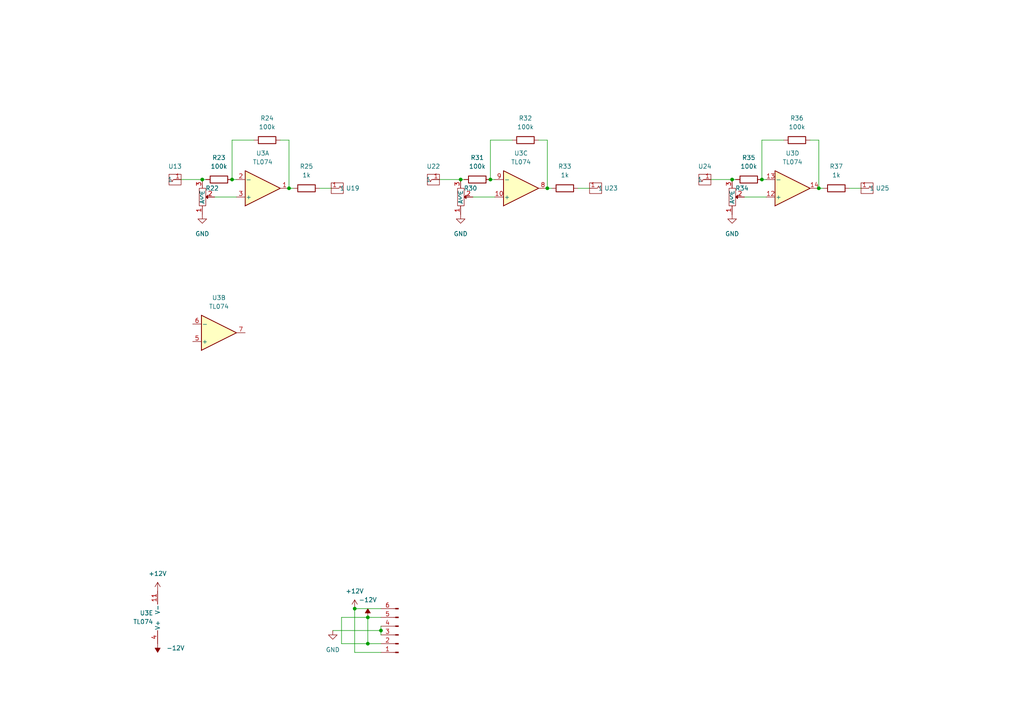
<source format=kicad_sch>
(kicad_sch
	(version 20231120)
	(generator "eeschema")
	(generator_version "8.0")
	(uuid "37e8181c-a81e-498b-b2e2-0aef0c391059")
	(paper "A4")
	(title_block
		(title "Utility by github.com/Fihdi")
	)
	(lib_symbols
		(symbol "Amplifier_Operational:TL074"
			(pin_names
				(offset 0.127)
			)
			(exclude_from_sim no)
			(in_bom yes)
			(on_board yes)
			(property "Reference" "U"
				(at 0 5.08 0)
				(effects
					(font
						(size 1.27 1.27)
					)
					(justify left)
				)
			)
			(property "Value" "TL074"
				(at 0 -5.08 0)
				(effects
					(font
						(size 1.27 1.27)
					)
					(justify left)
				)
			)
			(property "Footprint" ""
				(at -1.27 2.54 0)
				(effects
					(font
						(size 1.27 1.27)
					)
					(hide yes)
				)
			)
			(property "Datasheet" "http://www.ti.com/lit/ds/symlink/tl071.pdf"
				(at 1.27 5.08 0)
				(effects
					(font
						(size 1.27 1.27)
					)
					(hide yes)
				)
			)
			(property "Description" "Quad Low-Noise JFET-Input Operational Amplifiers, DIP-14/SOIC-14"
				(at 0 0 0)
				(effects
					(font
						(size 1.27 1.27)
					)
					(hide yes)
				)
			)
			(property "ki_locked" ""
				(at 0 0 0)
				(effects
					(font
						(size 1.27 1.27)
					)
				)
			)
			(property "ki_keywords" "quad opamp"
				(at 0 0 0)
				(effects
					(font
						(size 1.27 1.27)
					)
					(hide yes)
				)
			)
			(property "ki_fp_filters" "SOIC*3.9x8.7mm*P1.27mm* DIP*W7.62mm* TSSOP*4.4x5mm*P0.65mm* SSOP*5.3x6.2mm*P0.65mm* MSOP*3x3mm*P0.5mm*"
				(at 0 0 0)
				(effects
					(font
						(size 1.27 1.27)
					)
					(hide yes)
				)
			)
			(symbol "TL074_1_1"
				(polyline
					(pts
						(xy -5.08 5.08) (xy 5.08 0) (xy -5.08 -5.08) (xy -5.08 5.08)
					)
					(stroke
						(width 0.254)
						(type default)
					)
					(fill
						(type background)
					)
				)
				(pin output line
					(at 7.62 0 180)
					(length 2.54)
					(name "~"
						(effects
							(font
								(size 1.27 1.27)
							)
						)
					)
					(number "1"
						(effects
							(font
								(size 1.27 1.27)
							)
						)
					)
				)
				(pin input line
					(at -7.62 -2.54 0)
					(length 2.54)
					(name "-"
						(effects
							(font
								(size 1.27 1.27)
							)
						)
					)
					(number "2"
						(effects
							(font
								(size 1.27 1.27)
							)
						)
					)
				)
				(pin input line
					(at -7.62 2.54 0)
					(length 2.54)
					(name "+"
						(effects
							(font
								(size 1.27 1.27)
							)
						)
					)
					(number "3"
						(effects
							(font
								(size 1.27 1.27)
							)
						)
					)
				)
			)
			(symbol "TL074_2_1"
				(polyline
					(pts
						(xy -5.08 5.08) (xy 5.08 0) (xy -5.08 -5.08) (xy -5.08 5.08)
					)
					(stroke
						(width 0.254)
						(type default)
					)
					(fill
						(type background)
					)
				)
				(pin input line
					(at -7.62 2.54 0)
					(length 2.54)
					(name "+"
						(effects
							(font
								(size 1.27 1.27)
							)
						)
					)
					(number "5"
						(effects
							(font
								(size 1.27 1.27)
							)
						)
					)
				)
				(pin input line
					(at -7.62 -2.54 0)
					(length 2.54)
					(name "-"
						(effects
							(font
								(size 1.27 1.27)
							)
						)
					)
					(number "6"
						(effects
							(font
								(size 1.27 1.27)
							)
						)
					)
				)
				(pin output line
					(at 7.62 0 180)
					(length 2.54)
					(name "~"
						(effects
							(font
								(size 1.27 1.27)
							)
						)
					)
					(number "7"
						(effects
							(font
								(size 1.27 1.27)
							)
						)
					)
				)
			)
			(symbol "TL074_3_1"
				(polyline
					(pts
						(xy -5.08 5.08) (xy 5.08 0) (xy -5.08 -5.08) (xy -5.08 5.08)
					)
					(stroke
						(width 0.254)
						(type default)
					)
					(fill
						(type background)
					)
				)
				(pin input line
					(at -7.62 2.54 0)
					(length 2.54)
					(name "+"
						(effects
							(font
								(size 1.27 1.27)
							)
						)
					)
					(number "10"
						(effects
							(font
								(size 1.27 1.27)
							)
						)
					)
				)
				(pin output line
					(at 7.62 0 180)
					(length 2.54)
					(name "~"
						(effects
							(font
								(size 1.27 1.27)
							)
						)
					)
					(number "8"
						(effects
							(font
								(size 1.27 1.27)
							)
						)
					)
				)
				(pin input line
					(at -7.62 -2.54 0)
					(length 2.54)
					(name "-"
						(effects
							(font
								(size 1.27 1.27)
							)
						)
					)
					(number "9"
						(effects
							(font
								(size 1.27 1.27)
							)
						)
					)
				)
			)
			(symbol "TL074_4_1"
				(polyline
					(pts
						(xy -5.08 5.08) (xy 5.08 0) (xy -5.08 -5.08) (xy -5.08 5.08)
					)
					(stroke
						(width 0.254)
						(type default)
					)
					(fill
						(type background)
					)
				)
				(pin input line
					(at -7.62 2.54 0)
					(length 2.54)
					(name "+"
						(effects
							(font
								(size 1.27 1.27)
							)
						)
					)
					(number "12"
						(effects
							(font
								(size 1.27 1.27)
							)
						)
					)
				)
				(pin input line
					(at -7.62 -2.54 0)
					(length 2.54)
					(name "-"
						(effects
							(font
								(size 1.27 1.27)
							)
						)
					)
					(number "13"
						(effects
							(font
								(size 1.27 1.27)
							)
						)
					)
				)
				(pin output line
					(at 7.62 0 180)
					(length 2.54)
					(name "~"
						(effects
							(font
								(size 1.27 1.27)
							)
						)
					)
					(number "14"
						(effects
							(font
								(size 1.27 1.27)
							)
						)
					)
				)
			)
			(symbol "TL074_5_1"
				(pin power_in line
					(at -2.54 -7.62 90)
					(length 3.81)
					(name "V-"
						(effects
							(font
								(size 1.27 1.27)
							)
						)
					)
					(number "11"
						(effects
							(font
								(size 1.27 1.27)
							)
						)
					)
				)
				(pin power_in line
					(at -2.54 7.62 270)
					(length 3.81)
					(name "V+"
						(effects
							(font
								(size 1.27 1.27)
							)
						)
					)
					(number "4"
						(effects
							(font
								(size 1.27 1.27)
							)
						)
					)
				)
			)
		)
		(symbol "Connector:Conn_01x06_Male"
			(pin_names
				(offset 1.016) hide)
			(exclude_from_sim no)
			(in_bom yes)
			(on_board yes)
			(property "Reference" "J"
				(at 0 7.62 0)
				(effects
					(font
						(size 1.27 1.27)
					)
				)
			)
			(property "Value" "Conn_01x06_Male"
				(at 0 -10.16 0)
				(effects
					(font
						(size 1.27 1.27)
					)
				)
			)
			(property "Footprint" ""
				(at 0 0 0)
				(effects
					(font
						(size 1.27 1.27)
					)
					(hide yes)
				)
			)
			(property "Datasheet" "~"
				(at 0 0 0)
				(effects
					(font
						(size 1.27 1.27)
					)
					(hide yes)
				)
			)
			(property "Description" "Generic connector, single row, 01x06, script generated (kicad-library-utils/schlib/autogen/connector/)"
				(at 0 0 0)
				(effects
					(font
						(size 1.27 1.27)
					)
					(hide yes)
				)
			)
			(property "ki_keywords" "connector"
				(at 0 0 0)
				(effects
					(font
						(size 1.27 1.27)
					)
					(hide yes)
				)
			)
			(property "ki_fp_filters" "Connector*:*_1x??_*"
				(at 0 0 0)
				(effects
					(font
						(size 1.27 1.27)
					)
					(hide yes)
				)
			)
			(symbol "Conn_01x06_Male_1_1"
				(polyline
					(pts
						(xy 1.27 -7.62) (xy 0.8636 -7.62)
					)
					(stroke
						(width 0.1524)
						(type default)
					)
					(fill
						(type none)
					)
				)
				(polyline
					(pts
						(xy 1.27 -5.08) (xy 0.8636 -5.08)
					)
					(stroke
						(width 0.1524)
						(type default)
					)
					(fill
						(type none)
					)
				)
				(polyline
					(pts
						(xy 1.27 -2.54) (xy 0.8636 -2.54)
					)
					(stroke
						(width 0.1524)
						(type default)
					)
					(fill
						(type none)
					)
				)
				(polyline
					(pts
						(xy 1.27 0) (xy 0.8636 0)
					)
					(stroke
						(width 0.1524)
						(type default)
					)
					(fill
						(type none)
					)
				)
				(polyline
					(pts
						(xy 1.27 2.54) (xy 0.8636 2.54)
					)
					(stroke
						(width 0.1524)
						(type default)
					)
					(fill
						(type none)
					)
				)
				(polyline
					(pts
						(xy 1.27 5.08) (xy 0.8636 5.08)
					)
					(stroke
						(width 0.1524)
						(type default)
					)
					(fill
						(type none)
					)
				)
				(rectangle
					(start 0.8636 -7.493)
					(end 0 -7.747)
					(stroke
						(width 0.1524)
						(type default)
					)
					(fill
						(type outline)
					)
				)
				(rectangle
					(start 0.8636 -4.953)
					(end 0 -5.207)
					(stroke
						(width 0.1524)
						(type default)
					)
					(fill
						(type outline)
					)
				)
				(rectangle
					(start 0.8636 -2.413)
					(end 0 -2.667)
					(stroke
						(width 0.1524)
						(type default)
					)
					(fill
						(type outline)
					)
				)
				(rectangle
					(start 0.8636 0.127)
					(end 0 -0.127)
					(stroke
						(width 0.1524)
						(type default)
					)
					(fill
						(type outline)
					)
				)
				(rectangle
					(start 0.8636 2.667)
					(end 0 2.413)
					(stroke
						(width 0.1524)
						(type default)
					)
					(fill
						(type outline)
					)
				)
				(rectangle
					(start 0.8636 5.207)
					(end 0 4.953)
					(stroke
						(width 0.1524)
						(type default)
					)
					(fill
						(type outline)
					)
				)
				(pin passive line
					(at 5.08 5.08 180)
					(length 3.81)
					(name "Pin_1"
						(effects
							(font
								(size 1.27 1.27)
							)
						)
					)
					(number "1"
						(effects
							(font
								(size 1.27 1.27)
							)
						)
					)
				)
				(pin passive line
					(at 5.08 2.54 180)
					(length 3.81)
					(name "Pin_2"
						(effects
							(font
								(size 1.27 1.27)
							)
						)
					)
					(number "2"
						(effects
							(font
								(size 1.27 1.27)
							)
						)
					)
				)
				(pin passive line
					(at 5.08 0 180)
					(length 3.81)
					(name "Pin_3"
						(effects
							(font
								(size 1.27 1.27)
							)
						)
					)
					(number "3"
						(effects
							(font
								(size 1.27 1.27)
							)
						)
					)
				)
				(pin passive line
					(at 5.08 -2.54 180)
					(length 3.81)
					(name "Pin_4"
						(effects
							(font
								(size 1.27 1.27)
							)
						)
					)
					(number "4"
						(effects
							(font
								(size 1.27 1.27)
							)
						)
					)
				)
				(pin passive line
					(at 5.08 -5.08 180)
					(length 3.81)
					(name "Pin_5"
						(effects
							(font
								(size 1.27 1.27)
							)
						)
					)
					(number "5"
						(effects
							(font
								(size 1.27 1.27)
							)
						)
					)
				)
				(pin passive line
					(at 5.08 -7.62 180)
					(length 3.81)
					(name "Pin_6"
						(effects
							(font
								(size 1.27 1.27)
							)
						)
					)
					(number "6"
						(effects
							(font
								(size 1.27 1.27)
							)
						)
					)
				)
			)
		)
		(symbol "Device:R"
			(pin_numbers hide)
			(pin_names
				(offset 0)
			)
			(exclude_from_sim no)
			(in_bom yes)
			(on_board yes)
			(property "Reference" "R"
				(at 2.032 0 90)
				(effects
					(font
						(size 1.27 1.27)
					)
				)
			)
			(property "Value" "R"
				(at 0 0 90)
				(effects
					(font
						(size 1.27 1.27)
					)
				)
			)
			(property "Footprint" ""
				(at -1.778 0 90)
				(effects
					(font
						(size 1.27 1.27)
					)
					(hide yes)
				)
			)
			(property "Datasheet" "~"
				(at 0 0 0)
				(effects
					(font
						(size 1.27 1.27)
					)
					(hide yes)
				)
			)
			(property "Description" "Resistor"
				(at 0 0 0)
				(effects
					(font
						(size 1.27 1.27)
					)
					(hide yes)
				)
			)
			(property "ki_keywords" "R res resistor"
				(at 0 0 0)
				(effects
					(font
						(size 1.27 1.27)
					)
					(hide yes)
				)
			)
			(property "ki_fp_filters" "R_*"
				(at 0 0 0)
				(effects
					(font
						(size 1.27 1.27)
					)
					(hide yes)
				)
			)
			(symbol "R_0_1"
				(rectangle
					(start -1.016 -2.54)
					(end 1.016 2.54)
					(stroke
						(width 0.254)
						(type default)
					)
					(fill
						(type none)
					)
				)
			)
			(symbol "R_1_1"
				(pin passive line
					(at 0 3.81 270)
					(length 1.27)
					(name "~"
						(effects
							(font
								(size 1.27 1.27)
							)
						)
					)
					(number "1"
						(effects
							(font
								(size 1.27 1.27)
							)
						)
					)
				)
				(pin passive line
					(at 0 -3.81 90)
					(length 1.27)
					(name "~"
						(effects
							(font
								(size 1.27 1.27)
							)
						)
					)
					(number "2"
						(effects
							(font
								(size 1.27 1.27)
							)
						)
					)
				)
			)
		)
		(symbol "HEJ:AlpsPot"
			(exclude_from_sim no)
			(in_bom yes)
			(on_board yes)
			(property "Reference" "R"
				(at -6.35 2.54 0)
				(effects
					(font
						(size 1.27 1.27)
					)
				)
			)
			(property "Value" "AlpsPot"
				(at -3.81 13.97 0)
				(effects
					(font
						(size 1.27 1.27)
					)
					(hide yes)
				)
			)
			(property "Footprint" "pretties:AlpsPot"
				(at -2.54 11.43 0)
				(effects
					(font
						(size 1.27 1.27)
					)
					(hide yes)
				)
			)
			(property "Datasheet" ""
				(at -2.54 11.43 0)
				(effects
					(font
						(size 1.27 1.27)
					)
					(hide yes)
				)
			)
			(property "Description" ""
				(at 0 0 0)
				(effects
					(font
						(size 1.27 1.27)
					)
					(hide yes)
				)
			)
			(symbol "AlpsPot_0_1"
				(rectangle
					(start -4.445 3.81)
					(end -2.54 -1.27)
					(stroke
						(width 0)
						(type default)
					)
					(fill
						(type none)
					)
				)
				(polyline
					(pts
						(xy -2.54 1.27) (xy -1.9454 1.8617) (xy -1.9454 0.7452) (xy -2.54 1.27) (xy -2.0208 0.9713) (xy -2.0543 1.6216)
						(xy -2.3418 1.2923) (xy -2.1548 1.1611) (xy -2.1548 1.3844) (xy -2.54 1.27)
					)
					(stroke
						(width 0)
						(type default)
					)
					(fill
						(type none)
					)
				)
			)
			(symbol "AlpsPot_1_1"
				(pin passive line
					(at -3.556 -3.81 90)
					(length 2.54)
					(name "A"
						(effects
							(font
								(size 1.27 1.27)
							)
						)
					)
					(number "1"
						(effects
							(font
								(size 1.27 1.27)
							)
						)
					)
				)
				(pin passive line
					(at 0 1.27 180)
					(length 2.54)
					(name "S"
						(effects
							(font
								(size 1.27 1.27)
							)
						)
					)
					(number "2"
						(effects
							(font
								(size 1.27 1.27)
							)
						)
					)
				)
				(pin passive line
					(at -3.556 6.35 270)
					(length 2.54)
					(name "E"
						(effects
							(font
								(size 1.27 1.27)
							)
						)
					)
					(number "3"
						(effects
							(font
								(size 1.27 1.27)
							)
						)
					)
				)
				(pin no_connect line
					(at -11.684 0 270)
					(length 2.54) hide
					(name "NC"
						(effects
							(font
								(size 1.27 1.27)
							)
						)
					)
					(number "4"
						(effects
							(font
								(size 1.27 1.27)
							)
						)
					)
				)
				(pin no_connect line
					(at -13.716 0 270)
					(length 2.54) hide
					(name "NC"
						(effects
							(font
								(size 1.27 1.27)
							)
						)
					)
					(number "5"
						(effects
							(font
								(size 1.27 1.27)
							)
						)
					)
				)
				(pin no_connect line
					(at -16.002 0 270)
					(length 2.54) hide
					(name "NC"
						(effects
							(font
								(size 1.27 1.27)
							)
						)
					)
					(number "6"
						(effects
							(font
								(size 1.27 1.27)
							)
						)
					)
				)
			)
		)
		(symbol "HEJ:Aux_flush"
			(exclude_from_sim no)
			(in_bom yes)
			(on_board yes)
			(property "Reference" "U"
				(at -0.0508 5.3848 0)
				(effects
					(font
						(size 1.27 1.27)
					)
				)
			)
			(property "Value" "Aux_flush"
				(at 0 3.5052 0)
				(effects
					(font
						(size 1.27 1.27)
					)
					(hide yes)
				)
			)
			(property "Footprint" ""
				(at 0 0 0)
				(effects
					(font
						(size 1.27 1.27)
					)
					(hide yes)
				)
			)
			(property "Datasheet" ""
				(at 0 0 0)
				(effects
					(font
						(size 1.27 1.27)
					)
					(hide yes)
				)
			)
			(property "Description" ""
				(at 0 0 0)
				(effects
					(font
						(size 1.27 1.27)
					)
					(hide yes)
				)
			)
			(symbol "Aux_flush_0_1"
				(rectangle
					(start -1.778 1.524)
					(end 1.7272 -1.5748)
					(stroke
						(width 0)
						(type default)
					)
					(fill
						(type none)
					)
				)
				(polyline
					(pts
						(xy -1.2192 0.0508) (xy -0.8636 -0.6604) (xy -0.5588 0) (xy 1.6764 0)
					)
					(stroke
						(width 0)
						(type default)
					)
					(fill
						(type none)
					)
				)
			)
			(symbol "Aux_flush_1_1"
				(pin bidirectional line
					(at 1.7272 0 180)
					(length 2)
					(name "1"
						(effects
							(font
								(size 1.27 1.27)
							)
						)
					)
					(number "1"
						(effects
							(font
								(size 1.27 1.27)
							)
						)
					)
				)
			)
		)
		(symbol "power:+12V"
			(power)
			(pin_names
				(offset 0)
			)
			(exclude_from_sim no)
			(in_bom yes)
			(on_board yes)
			(property "Reference" "#PWR"
				(at 0 -3.81 0)
				(effects
					(font
						(size 1.27 1.27)
					)
					(hide yes)
				)
			)
			(property "Value" "+12V"
				(at 0 3.556 0)
				(effects
					(font
						(size 1.27 1.27)
					)
				)
			)
			(property "Footprint" ""
				(at 0 0 0)
				(effects
					(font
						(size 1.27 1.27)
					)
					(hide yes)
				)
			)
			(property "Datasheet" ""
				(at 0 0 0)
				(effects
					(font
						(size 1.27 1.27)
					)
					(hide yes)
				)
			)
			(property "Description" "Power symbol creates a global label with name \"+12V\""
				(at 0 0 0)
				(effects
					(font
						(size 1.27 1.27)
					)
					(hide yes)
				)
			)
			(property "ki_keywords" "power-flag"
				(at 0 0 0)
				(effects
					(font
						(size 1.27 1.27)
					)
					(hide yes)
				)
			)
			(symbol "+12V_0_1"
				(polyline
					(pts
						(xy -0.762 1.27) (xy 0 2.54)
					)
					(stroke
						(width 0)
						(type default)
					)
					(fill
						(type none)
					)
				)
				(polyline
					(pts
						(xy 0 0) (xy 0 2.54)
					)
					(stroke
						(width 0)
						(type default)
					)
					(fill
						(type none)
					)
				)
				(polyline
					(pts
						(xy 0 2.54) (xy 0.762 1.27)
					)
					(stroke
						(width 0)
						(type default)
					)
					(fill
						(type none)
					)
				)
			)
			(symbol "+12V_1_1"
				(pin power_in line
					(at 0 0 90)
					(length 0) hide
					(name "+12V"
						(effects
							(font
								(size 1.27 1.27)
							)
						)
					)
					(number "1"
						(effects
							(font
								(size 1.27 1.27)
							)
						)
					)
				)
			)
		)
		(symbol "power:-12V"
			(power)
			(pin_names
				(offset 0)
			)
			(exclude_from_sim no)
			(in_bom yes)
			(on_board yes)
			(property "Reference" "#PWR"
				(at 0 2.54 0)
				(effects
					(font
						(size 1.27 1.27)
					)
					(hide yes)
				)
			)
			(property "Value" "-12V"
				(at 0 3.81 0)
				(effects
					(font
						(size 1.27 1.27)
					)
				)
			)
			(property "Footprint" ""
				(at 0 0 0)
				(effects
					(font
						(size 1.27 1.27)
					)
					(hide yes)
				)
			)
			(property "Datasheet" ""
				(at 0 0 0)
				(effects
					(font
						(size 1.27 1.27)
					)
					(hide yes)
				)
			)
			(property "Description" "Power symbol creates a global label with name \"-12V\""
				(at 0 0 0)
				(effects
					(font
						(size 1.27 1.27)
					)
					(hide yes)
				)
			)
			(property "ki_keywords" "power-flag"
				(at 0 0 0)
				(effects
					(font
						(size 1.27 1.27)
					)
					(hide yes)
				)
			)
			(symbol "-12V_0_0"
				(pin power_in line
					(at 0 0 90)
					(length 0) hide
					(name "-12V"
						(effects
							(font
								(size 1.27 1.27)
							)
						)
					)
					(number "1"
						(effects
							(font
								(size 1.27 1.27)
							)
						)
					)
				)
			)
			(symbol "-12V_0_1"
				(polyline
					(pts
						(xy 0 0) (xy 0 1.27) (xy 0.762 1.27) (xy 0 2.54) (xy -0.762 1.27) (xy 0 1.27)
					)
					(stroke
						(width 0)
						(type default)
					)
					(fill
						(type outline)
					)
				)
			)
		)
		(symbol "power:GND"
			(power)
			(pin_names
				(offset 0)
			)
			(exclude_from_sim no)
			(in_bom yes)
			(on_board yes)
			(property "Reference" "#PWR"
				(at 0 -6.35 0)
				(effects
					(font
						(size 1.27 1.27)
					)
					(hide yes)
				)
			)
			(property "Value" "GND"
				(at 0 -3.81 0)
				(effects
					(font
						(size 1.27 1.27)
					)
				)
			)
			(property "Footprint" ""
				(at 0 0 0)
				(effects
					(font
						(size 1.27 1.27)
					)
					(hide yes)
				)
			)
			(property "Datasheet" ""
				(at 0 0 0)
				(effects
					(font
						(size 1.27 1.27)
					)
					(hide yes)
				)
			)
			(property "Description" "Power symbol creates a global label with name \"GND\" , ground"
				(at 0 0 0)
				(effects
					(font
						(size 1.27 1.27)
					)
					(hide yes)
				)
			)
			(property "ki_keywords" "power-flag"
				(at 0 0 0)
				(effects
					(font
						(size 1.27 1.27)
					)
					(hide yes)
				)
			)
			(symbol "GND_0_1"
				(polyline
					(pts
						(xy 0 0) (xy 0 -1.27) (xy 1.27 -1.27) (xy 0 -2.54) (xy -1.27 -1.27) (xy 0 -1.27)
					)
					(stroke
						(width 0)
						(type default)
					)
					(fill
						(type none)
					)
				)
			)
			(symbol "GND_1_1"
				(pin power_in line
					(at 0 0 270)
					(length 0) hide
					(name "GND"
						(effects
							(font
								(size 1.27 1.27)
							)
						)
					)
					(number "1"
						(effects
							(font
								(size 1.27 1.27)
							)
						)
					)
				)
			)
		)
	)
	(junction
		(at 106.68 179.07)
		(diameter 0)
		(color 0 0 0 0)
		(uuid "16b3f5a6-dbfe-4060-8fe1-e2edd4911638")
	)
	(junction
		(at 237.49 54.61)
		(diameter 0)
		(color 0 0 0 0)
		(uuid "814b04ce-f1b1-45ac-b755-f71d48e5fab3")
	)
	(junction
		(at 102.87 176.53)
		(diameter 0)
		(color 0 0 0 0)
		(uuid "a3959329-6913-4900-b8d5-7e9afc380a54")
	)
	(junction
		(at 83.82 54.61)
		(diameter 0)
		(color 0 0 0 0)
		(uuid "a7672551-d88c-4264-86ae-909745762c12")
	)
	(junction
		(at 142.24 52.07)
		(diameter 0)
		(color 0 0 0 0)
		(uuid "b31ecf47-2267-4f20-93f8-3735efd0fd90")
	)
	(junction
		(at 67.31 52.07)
		(diameter 0)
		(color 0 0 0 0)
		(uuid "bb3fc6b6-d9cf-4395-bfe2-f169cdcb53b2")
	)
	(junction
		(at 220.98 52.07)
		(diameter 0)
		(color 0 0 0 0)
		(uuid "bba30f08-223c-4770-b92f-87f14915289e")
	)
	(junction
		(at 133.604 52.07)
		(diameter 0)
		(color 0 0 0 0)
		(uuid "c408f11d-eb0e-4457-9511-6232fd94d621")
	)
	(junction
		(at 106.68 186.69)
		(diameter 0)
		(color 0 0 0 0)
		(uuid "c5de3a57-03d1-4276-aae8-5b3380c44653")
	)
	(junction
		(at 158.75 54.61)
		(diameter 0)
		(color 0 0 0 0)
		(uuid "cff7b2ba-8e87-4689-bc9e-405a6a713d7f")
	)
	(junction
		(at 58.674 52.07)
		(diameter 0)
		(color 0 0 0 0)
		(uuid "de4217eb-8913-458d-9f90-36444b3391f9")
	)
	(junction
		(at 212.344 52.07)
		(diameter 0)
		(color 0 0 0 0)
		(uuid "f5104d87-aba1-4899-9e5c-2fc3f68d5208")
	)
	(junction
		(at 110.49 182.88)
		(diameter 0)
		(color 0 0 0 0)
		(uuid "fcd5a9ba-da10-4ed4-a4dc-89d2659b04e5")
	)
	(wire
		(pts
			(xy 106.68 186.69) (xy 110.49 186.69)
		)
		(stroke
			(width 0)
			(type default)
		)
		(uuid "02903957-890c-4644-adfb-92f992e52165")
	)
	(wire
		(pts
			(xy 52.5272 52.07) (xy 58.674 52.07)
		)
		(stroke
			(width 0)
			(type default)
		)
		(uuid "0a6f6c38-cd27-424f-a5d4-89c0ea04f82d")
	)
	(wire
		(pts
			(xy 83.82 40.64) (xy 81.28 40.64)
		)
		(stroke
			(width 0)
			(type default)
		)
		(uuid "10834f58-f010-44cd-a90f-776567eaf0e1")
	)
	(wire
		(pts
			(xy 167.64 54.61) (xy 170.9928 54.61)
		)
		(stroke
			(width 0)
			(type default)
		)
		(uuid "1b4ad053-cd25-4e2b-995e-64decd5d8bd6")
	)
	(wire
		(pts
			(xy 83.82 54.61) (xy 83.82 40.64)
		)
		(stroke
			(width 0)
			(type default)
		)
		(uuid "1b6bb00d-b56b-41e1-a0fc-03325fb38f6a")
	)
	(wire
		(pts
			(xy 246.38 54.61) (xy 249.7328 54.61)
		)
		(stroke
			(width 0)
			(type default)
		)
		(uuid "24e7de02-d68d-41e8-8b6e-1e607e648568")
	)
	(wire
		(pts
			(xy 206.1972 52.07) (xy 212.344 52.07)
		)
		(stroke
			(width 0)
			(type default)
		)
		(uuid "25366b89-c9fa-4e3f-8a01-6bd1aed36810")
	)
	(wire
		(pts
			(xy 220.98 40.64) (xy 227.33 40.64)
		)
		(stroke
			(width 0)
			(type default)
		)
		(uuid "2b761e00-1414-4a93-812d-2d4962d4c92d")
	)
	(wire
		(pts
			(xy 99.06 179.07) (xy 99.06 186.69)
		)
		(stroke
			(width 0)
			(type default)
		)
		(uuid "34cf7e98-d4aa-4fd0-90fa-2a62d476aec0")
	)
	(wire
		(pts
			(xy 102.87 176.53) (xy 110.49 176.53)
		)
		(stroke
			(width 0)
			(type default)
		)
		(uuid "36a9af9b-c0ed-4b3f-b5ee-ac41f7dcc139")
	)
	(wire
		(pts
			(xy 110.49 181.61) (xy 110.49 182.88)
		)
		(stroke
			(width 0)
			(type default)
		)
		(uuid "3a92228f-13be-4d42-a610-2c2f2438614b")
	)
	(wire
		(pts
			(xy 212.344 52.07) (xy 213.36 52.07)
		)
		(stroke
			(width 0)
			(type default)
		)
		(uuid "3be3db20-d415-40bd-b356-9c5fb1d1480b")
	)
	(wire
		(pts
			(xy 133.604 52.07) (xy 134.62 52.07)
		)
		(stroke
			(width 0)
			(type default)
		)
		(uuid "3ed3609c-f78c-42bd-a8db-d422f7786470")
	)
	(wire
		(pts
			(xy 127.4572 52.07) (xy 133.604 52.07)
		)
		(stroke
			(width 0)
			(type default)
		)
		(uuid "3f7f617c-a9c6-4561-99af-f1c6bc393f97")
	)
	(wire
		(pts
			(xy 92.71 54.61) (xy 96.0628 54.61)
		)
		(stroke
			(width 0)
			(type default)
		)
		(uuid "43b415da-72fc-40a9-97a5-7e49de3a4eaf")
	)
	(wire
		(pts
			(xy 237.49 54.61) (xy 238.76 54.61)
		)
		(stroke
			(width 0)
			(type default)
		)
		(uuid "4dec3e46-e606-41fb-9735-5930d10d9f16")
	)
	(wire
		(pts
			(xy 220.98 40.64) (xy 220.98 52.07)
		)
		(stroke
			(width 0)
			(type default)
		)
		(uuid "59d2ad48-51b2-4dcf-bc49-4ad7dd1f7619")
	)
	(wire
		(pts
			(xy 58.674 52.07) (xy 59.69 52.07)
		)
		(stroke
			(width 0)
			(type default)
		)
		(uuid "5aa65e8a-2d7f-4974-8f73-c50f3b52bf44")
	)
	(wire
		(pts
			(xy 158.75 54.61) (xy 158.75 40.64)
		)
		(stroke
			(width 0)
			(type default)
		)
		(uuid "6ef7b867-1860-48d0-a9f3-036687cd0de2")
	)
	(wire
		(pts
			(xy 110.49 182.88) (xy 110.49 184.15)
		)
		(stroke
			(width 0)
			(type default)
		)
		(uuid "7964d9f4-1e2a-4584-9a08-0e50becc8125")
	)
	(wire
		(pts
			(xy 142.24 40.64) (xy 148.59 40.64)
		)
		(stroke
			(width 0)
			(type default)
		)
		(uuid "7b8b6500-07d0-4eb2-93c4-2736de0e5f0c")
	)
	(wire
		(pts
			(xy 99.06 179.07) (xy 106.68 179.07)
		)
		(stroke
			(width 0)
			(type default)
		)
		(uuid "7ffd7317-86dd-499e-8986-daa859f5a51c")
	)
	(wire
		(pts
			(xy 102.87 176.53) (xy 102.87 189.23)
		)
		(stroke
			(width 0)
			(type default)
		)
		(uuid "8851cf05-5750-48d9-98f5-36b9f174cfc5")
	)
	(wire
		(pts
			(xy 102.87 189.23) (xy 110.49 189.23)
		)
		(stroke
			(width 0)
			(type default)
		)
		(uuid "8d4620b0-2cc1-4dd6-9312-05bb21220c91")
	)
	(wire
		(pts
			(xy 142.24 52.07) (xy 143.51 52.07)
		)
		(stroke
			(width 0)
			(type default)
		)
		(uuid "90803590-049b-4540-a1c6-6e0270f7b019")
	)
	(wire
		(pts
			(xy 106.68 179.07) (xy 106.68 186.69)
		)
		(stroke
			(width 0)
			(type default)
		)
		(uuid "9469939f-889e-486f-b47a-71a90d0b8367")
	)
	(wire
		(pts
			(xy 62.23 57.15) (xy 68.58 57.15)
		)
		(stroke
			(width 0)
			(type default)
		)
		(uuid "97e7c929-00cf-4696-96d8-1266f9bb58dd")
	)
	(wire
		(pts
			(xy 215.9 57.15) (xy 222.25 57.15)
		)
		(stroke
			(width 0)
			(type default)
		)
		(uuid "9d6f9142-906e-47db-9d8e-0f7106e61629")
	)
	(wire
		(pts
			(xy 158.75 40.64) (xy 156.21 40.64)
		)
		(stroke
			(width 0)
			(type default)
		)
		(uuid "9ecb634a-66d1-4e93-bc45-8f448c899f4e")
	)
	(wire
		(pts
			(xy 237.49 40.64) (xy 234.95 40.64)
		)
		(stroke
			(width 0)
			(type default)
		)
		(uuid "9fa3ea90-aa02-476d-a60c-82feec0ceb6d")
	)
	(wire
		(pts
			(xy 220.98 52.07) (xy 222.25 52.07)
		)
		(stroke
			(width 0)
			(type default)
		)
		(uuid "9fdf10c2-4c33-4ad1-b56d-1da3721475dc")
	)
	(wire
		(pts
			(xy 67.31 40.64) (xy 73.66 40.64)
		)
		(stroke
			(width 0)
			(type default)
		)
		(uuid "a11ce114-d9c4-4ef9-92b3-824da12a6987")
	)
	(wire
		(pts
			(xy 137.16 57.15) (xy 143.51 57.15)
		)
		(stroke
			(width 0)
			(type default)
		)
		(uuid "ac27b630-04f2-4fb0-815d-17418e5c686b")
	)
	(wire
		(pts
			(xy 99.06 186.69) (xy 106.68 186.69)
		)
		(stroke
			(width 0)
			(type default)
		)
		(uuid "ac729ee2-c892-4543-9e52-3494296cc3cc")
	)
	(wire
		(pts
			(xy 158.75 54.61) (xy 160.02 54.61)
		)
		(stroke
			(width 0)
			(type default)
		)
		(uuid "ae9af557-7694-40a8-8c99-0d94cec63c02")
	)
	(wire
		(pts
			(xy 106.68 179.07) (xy 110.49 179.07)
		)
		(stroke
			(width 0)
			(type default)
		)
		(uuid "b50183ad-5bd1-419c-82e5-75dfb3e17ce7")
	)
	(wire
		(pts
			(xy 142.24 40.64) (xy 142.24 52.07)
		)
		(stroke
			(width 0)
			(type default)
		)
		(uuid "bce674df-f232-4632-8cb1-ddec0c7a6a21")
	)
	(wire
		(pts
			(xy 96.52 182.88) (xy 110.49 182.88)
		)
		(stroke
			(width 0)
			(type default)
		)
		(uuid "c21c367c-c108-4139-a13b-ef10583935f4")
	)
	(wire
		(pts
			(xy 83.82 54.61) (xy 85.09 54.61)
		)
		(stroke
			(width 0)
			(type default)
		)
		(uuid "c380be44-c4f5-49ba-ab35-b4f996463947")
	)
	(wire
		(pts
			(xy 67.31 40.64) (xy 67.31 52.07)
		)
		(stroke
			(width 0)
			(type default)
		)
		(uuid "c911a3ef-5f33-48de-9a7a-52ea09b1a055")
	)
	(wire
		(pts
			(xy 237.49 54.61) (xy 237.49 40.64)
		)
		(stroke
			(width 0)
			(type default)
		)
		(uuid "c976d970-3118-4988-bc96-c232202a094c")
	)
	(wire
		(pts
			(xy 67.31 52.07) (xy 68.58 52.07)
		)
		(stroke
			(width 0)
			(type default)
		)
		(uuid "d4963dcc-8400-4bc7-9e04-95fafd0b26cc")
	)
	(symbol
		(lib_id "power:+12V")
		(at 45.72 171.45 0)
		(unit 1)
		(exclude_from_sim no)
		(in_bom yes)
		(on_board yes)
		(dnp no)
		(fields_autoplaced yes)
		(uuid "05056d0d-157a-490a-9c69-2bdd52808855")
		(property "Reference" "#PWR0108"
			(at 45.72 175.26 0)
			(effects
				(font
					(size 1.27 1.27)
				)
				(hide yes)
			)
		)
		(property "Value" "+12V"
			(at 45.72 166.37 0)
			(effects
				(font
					(size 1.27 1.27)
				)
			)
		)
		(property "Footprint" ""
			(at 45.72 171.45 0)
			(effects
				(font
					(size 1.27 1.27)
				)
				(hide yes)
			)
		)
		(property "Datasheet" ""
			(at 45.72 171.45 0)
			(effects
				(font
					(size 1.27 1.27)
				)
				(hide yes)
			)
		)
		(property "Description" ""
			(at 45.72 171.45 0)
			(effects
				(font
					(size 1.27 1.27)
				)
				(hide yes)
			)
		)
		(pin "1"
			(uuid "cb389a7f-2821-4ece-98f7-619930bb6843")
		)
		(instances
			(project "utility"
				(path "/37e8181c-a81e-498b-b2e2-0aef0c391059"
					(reference "#PWR0108")
					(unit 1)
				)
			)
		)
	)
	(symbol
		(lib_id "HEJ:AlpsPot")
		(at 62.23 58.42 0)
		(unit 1)
		(exclude_from_sim no)
		(in_bom yes)
		(on_board yes)
		(dnp no)
		(uuid "09e3414f-8ede-4686-9db5-3cb345a24417")
		(property "Reference" "R22"
			(at 63.5 54.61 0)
			(effects
				(font
					(size 1.27 1.27)
				)
				(justify right)
			)
		)
		(property "Value" "AlpsPot"
			(at 58.42 44.45 0)
			(effects
				(font
					(size 1.27 1.27)
				)
				(hide yes)
			)
		)
		(property "Footprint" "pretties:AlpsPot"
			(at 59.69 46.99 0)
			(effects
				(font
					(size 1.27 1.27)
				)
				(hide yes)
			)
		)
		(property "Datasheet" ""
			(at 59.69 46.99 0)
			(effects
				(font
					(size 1.27 1.27)
				)
				(hide yes)
			)
		)
		(property "Description" ""
			(at 62.23 58.42 0)
			(effects
				(font
					(size 1.27 1.27)
				)
				(hide yes)
			)
		)
		(pin "1"
			(uuid "2d8faeff-33a1-487f-be31-7a36425ac2e2")
		)
		(pin "2"
			(uuid "acf2ce1d-083a-4db5-bfa4-7060bb9cb5c9")
		)
		(pin "3"
			(uuid "5d9b10ec-11c6-497f-897d-a42aba9673d1")
		)
		(pin "4"
			(uuid "ccf0a632-87f2-4875-9001-cf80d48fb881")
		)
		(pin "5"
			(uuid "4dbeef87-75e4-43b4-ad5a-b57a12c2e04c")
		)
		(pin "6"
			(uuid "857b6160-fa4b-40e7-bd3d-d75c1c097e5b")
		)
		(instances
			(project "utility"
				(path "/37e8181c-a81e-498b-b2e2-0aef0c391059"
					(reference "R22")
					(unit 1)
				)
			)
		)
	)
	(symbol
		(lib_id "Amplifier_Operational:TL074")
		(at 151.13 54.61 0)
		(mirror x)
		(unit 3)
		(exclude_from_sim no)
		(in_bom yes)
		(on_board yes)
		(dnp no)
		(fields_autoplaced yes)
		(uuid "0b2c017b-99e7-49cc-8576-8b91a38c85f3")
		(property "Reference" "U3"
			(at 151.13 44.45 0)
			(effects
				(font
					(size 1.27 1.27)
				)
			)
		)
		(property "Value" "TL074"
			(at 151.13 46.99 0)
			(effects
				(font
					(size 1.27 1.27)
				)
			)
		)
		(property "Footprint" "Package_DIP:DIP-14_W7.62mm"
			(at 149.86 57.15 0)
			(effects
				(font
					(size 1.27 1.27)
				)
				(hide yes)
			)
		)
		(property "Datasheet" "http://www.ti.com/lit/ds/symlink/tl071.pdf"
			(at 152.4 59.69 0)
			(effects
				(font
					(size 1.27 1.27)
				)
				(hide yes)
			)
		)
		(property "Description" ""
			(at 151.13 54.61 0)
			(effects
				(font
					(size 1.27 1.27)
				)
				(hide yes)
			)
		)
		(pin "1"
			(uuid "be0abbbd-5bdc-483c-a591-6c8e68774306")
		)
		(pin "2"
			(uuid "2f43d9cf-c54c-4a35-9434-ed895d395df0")
		)
		(pin "3"
			(uuid "9be34f3c-a0b8-4dcf-8b86-ce3951e921c6")
		)
		(pin "5"
			(uuid "86de1073-402b-4a5c-8934-6538d832350f")
		)
		(pin "6"
			(uuid "1b7bfe72-ffef-4b07-bcdc-50df6545a210")
		)
		(pin "7"
			(uuid "9e777cc3-c169-49fd-8c36-fd2563d7703b")
		)
		(pin "10"
			(uuid "4d6bdac0-4727-4e57-b1f9-38a5acefaa3f")
		)
		(pin "8"
			(uuid "190f7804-3ddf-4734-acf9-1dcc5694b1aa")
		)
		(pin "9"
			(uuid "cdc04454-cb9f-43f1-845e-9029fd6644eb")
		)
		(pin "12"
			(uuid "ed12563e-0d01-40fc-b1e6-f9ef4d85499a")
		)
		(pin "13"
			(uuid "e0b23882-830f-42b8-bf7e-df4d09e3e06c")
		)
		(pin "14"
			(uuid "10ded3e7-a260-42e3-b84a-ac5cd4831148")
		)
		(pin "11"
			(uuid "65fb5985-9108-4855-b0b1-83e932eb5110")
		)
		(pin "4"
			(uuid "70515992-9026-45a9-bcab-5d9e8641b0a0")
		)
		(instances
			(project "utility"
				(path "/37e8181c-a81e-498b-b2e2-0aef0c391059"
					(reference "U3")
					(unit 3)
				)
			)
		)
	)
	(symbol
		(lib_id "Device:R")
		(at 231.14 40.64 270)
		(unit 1)
		(exclude_from_sim no)
		(in_bom yes)
		(on_board yes)
		(dnp no)
		(fields_autoplaced yes)
		(uuid "1c3e9bc8-8d59-4c7e-ac7c-763253a08a82")
		(property "Reference" "R36"
			(at 231.14 34.29 90)
			(effects
				(font
					(size 1.27 1.27)
				)
			)
		)
		(property "Value" "100k"
			(at 231.14 36.83 90)
			(effects
				(font
					(size 1.27 1.27)
				)
			)
		)
		(property "Footprint" "Resistor_THT:R_Axial_DIN0207_L6.3mm_D2.5mm_P7.62mm_Horizontal"
			(at 231.14 38.862 90)
			(effects
				(font
					(size 1.27 1.27)
				)
				(hide yes)
			)
		)
		(property "Datasheet" "~"
			(at 231.14 40.64 0)
			(effects
				(font
					(size 1.27 1.27)
				)
				(hide yes)
			)
		)
		(property "Description" ""
			(at 231.14 40.64 0)
			(effects
				(font
					(size 1.27 1.27)
				)
				(hide yes)
			)
		)
		(pin "1"
			(uuid "21a3e7eb-a2da-4e33-bc19-5816892facb2")
		)
		(pin "2"
			(uuid "ccba3786-fcce-45f3-8fbf-dfd8b5fd41e2")
		)
		(instances
			(project "utility"
				(path "/37e8181c-a81e-498b-b2e2-0aef0c391059"
					(reference "R36")
					(unit 1)
				)
			)
		)
	)
	(symbol
		(lib_id "HEJ:Aux_flush")
		(at 125.73 52.07 0)
		(unit 1)
		(exclude_from_sim no)
		(in_bom yes)
		(on_board yes)
		(dnp no)
		(fields_autoplaced yes)
		(uuid "1fee365c-1349-4ed1-a151-a4809626e9f5")
		(property "Reference" "U22"
			(at 125.7046 48.26 0)
			(effects
				(font
					(size 1.27 1.27)
				)
			)
		)
		(property "Value" "Aux_flush"
			(at 125.73 48.5648 0)
			(effects
				(font
					(size 1.27 1.27)
				)
				(hide yes)
			)
		)
		(property "Footprint" "Library:3mm5 Mono Aux"
			(at 125.73 52.07 0)
			(effects
				(font
					(size 1.27 1.27)
				)
				(hide yes)
			)
		)
		(property "Datasheet" ""
			(at 125.73 52.07 0)
			(effects
				(font
					(size 1.27 1.27)
				)
				(hide yes)
			)
		)
		(property "Description" ""
			(at 125.73 52.07 0)
			(effects
				(font
					(size 1.27 1.27)
				)
				(hide yes)
			)
		)
		(pin "1"
			(uuid "4c16bb58-098c-4cfc-b744-61235fec5ec8")
		)
		(instances
			(project "utility"
				(path "/37e8181c-a81e-498b-b2e2-0aef0c391059"
					(reference "U22")
					(unit 1)
				)
			)
		)
	)
	(symbol
		(lib_id "Amplifier_Operational:TL074")
		(at 48.26 179.07 0)
		(mirror x)
		(unit 5)
		(exclude_from_sim no)
		(in_bom yes)
		(on_board yes)
		(dnp no)
		(fields_autoplaced yes)
		(uuid "4ca01ad0-999a-4a6c-8ec3-b7882c05ae6b")
		(property "Reference" "U3"
			(at 44.45 177.7999 0)
			(effects
				(font
					(size 1.27 1.27)
				)
				(justify right)
			)
		)
		(property "Value" "TL074"
			(at 44.45 180.3399 0)
			(effects
				(font
					(size 1.27 1.27)
				)
				(justify right)
			)
		)
		(property "Footprint" "Package_DIP:DIP-14_W7.62mm"
			(at 46.99 181.61 0)
			(effects
				(font
					(size 1.27 1.27)
				)
				(hide yes)
			)
		)
		(property "Datasheet" "http://www.ti.com/lit/ds/symlink/tl071.pdf"
			(at 49.53 184.15 0)
			(effects
				(font
					(size 1.27 1.27)
				)
				(hide yes)
			)
		)
		(property "Description" ""
			(at 48.26 179.07 0)
			(effects
				(font
					(size 1.27 1.27)
				)
				(hide yes)
			)
		)
		(pin "1"
			(uuid "9c2532d7-642a-49d7-a873-9d0bf0e4cd3f")
		)
		(pin "2"
			(uuid "bf9e7fab-e3b2-4871-96a6-a1e324cce70d")
		)
		(pin "3"
			(uuid "8341bcc1-3150-4e16-8a1b-3fb3db99dba9")
		)
		(pin "5"
			(uuid "f9bc5994-93bc-45b1-88e5-c464603e7080")
		)
		(pin "6"
			(uuid "ea8daa1f-57e7-4bdd-b6b9-8106b77a4ff2")
		)
		(pin "7"
			(uuid "283a14b0-25b3-49f8-bd17-ce5541127d13")
		)
		(pin "10"
			(uuid "7d16aa89-b71b-4766-8181-ea76d29fcc0f")
		)
		(pin "8"
			(uuid "5ae7b716-a9e8-4b29-b7aa-119e7a65d6bf")
		)
		(pin "9"
			(uuid "d21f82f3-9140-44f8-9c33-c17e41300327")
		)
		(pin "12"
			(uuid "36445773-3673-4edf-b847-5f3c327d6d1e")
		)
		(pin "13"
			(uuid "150b240b-332a-4392-a313-42be010f6d66")
		)
		(pin "14"
			(uuid "00860d0f-8c9e-4435-bd01-c93db557b93d")
		)
		(pin "11"
			(uuid "f2b0734e-60e6-4841-bd28-7851f188e7df")
		)
		(pin "4"
			(uuid "bd0d5831-50e3-4a6a-a59c-e30487e9fbd9")
		)
		(instances
			(project "utility"
				(path "/37e8181c-a81e-498b-b2e2-0aef0c391059"
					(reference "U3")
					(unit 5)
				)
			)
		)
	)
	(symbol
		(lib_id "Device:R")
		(at 242.57 54.61 270)
		(unit 1)
		(exclude_from_sim no)
		(in_bom yes)
		(on_board yes)
		(dnp no)
		(fields_autoplaced yes)
		(uuid "529d7694-07bf-4d1c-8685-2e5e79e0114c")
		(property "Reference" "R37"
			(at 242.57 48.26 90)
			(effects
				(font
					(size 1.27 1.27)
				)
			)
		)
		(property "Value" "1k"
			(at 242.57 50.8 90)
			(effects
				(font
					(size 1.27 1.27)
				)
			)
		)
		(property "Footprint" "Resistor_THT:R_Axial_DIN0207_L6.3mm_D2.5mm_P7.62mm_Horizontal"
			(at 242.57 52.832 90)
			(effects
				(font
					(size 1.27 1.27)
				)
				(hide yes)
			)
		)
		(property "Datasheet" "~"
			(at 242.57 54.61 0)
			(effects
				(font
					(size 1.27 1.27)
				)
				(hide yes)
			)
		)
		(property "Description" ""
			(at 242.57 54.61 0)
			(effects
				(font
					(size 1.27 1.27)
				)
				(hide yes)
			)
		)
		(pin "1"
			(uuid "0cc0d649-3458-4917-9209-027a0b605163")
		)
		(pin "2"
			(uuid "95341c46-a5b4-4206-96b1-d8cfaeeb5473")
		)
		(instances
			(project "utility"
				(path "/37e8181c-a81e-498b-b2e2-0aef0c391059"
					(reference "R37")
					(unit 1)
				)
			)
		)
	)
	(symbol
		(lib_id "HEJ:Aux_flush")
		(at 204.47 52.07 0)
		(unit 1)
		(exclude_from_sim no)
		(in_bom yes)
		(on_board yes)
		(dnp no)
		(fields_autoplaced yes)
		(uuid "5806cf23-0256-4673-aa07-4e245ac166b6")
		(property "Reference" "U24"
			(at 204.4446 48.26 0)
			(effects
				(font
					(size 1.27 1.27)
				)
			)
		)
		(property "Value" "Aux_flush"
			(at 204.47 48.5648 0)
			(effects
				(font
					(size 1.27 1.27)
				)
				(hide yes)
			)
		)
		(property "Footprint" "Library:3mm5 Mono Aux"
			(at 204.47 52.07 0)
			(effects
				(font
					(size 1.27 1.27)
				)
				(hide yes)
			)
		)
		(property "Datasheet" ""
			(at 204.47 52.07 0)
			(effects
				(font
					(size 1.27 1.27)
				)
				(hide yes)
			)
		)
		(property "Description" ""
			(at 204.47 52.07 0)
			(effects
				(font
					(size 1.27 1.27)
				)
				(hide yes)
			)
		)
		(pin "1"
			(uuid "000517cc-f19d-4ca8-8f7a-492c68463f37")
		)
		(instances
			(project "utility"
				(path "/37e8181c-a81e-498b-b2e2-0aef0c391059"
					(reference "U24")
					(unit 1)
				)
			)
		)
	)
	(symbol
		(lib_id "HEJ:AlpsPot")
		(at 215.9 58.42 0)
		(unit 1)
		(exclude_from_sim no)
		(in_bom yes)
		(on_board yes)
		(dnp no)
		(uuid "58d8da86-9803-404d-a64a-9d98353b3aee")
		(property "Reference" "R34"
			(at 217.17 54.61 0)
			(effects
				(font
					(size 1.27 1.27)
				)
				(justify right)
			)
		)
		(property "Value" "AlpsPot"
			(at 212.09 44.45 0)
			(effects
				(font
					(size 1.27 1.27)
				)
				(hide yes)
			)
		)
		(property "Footprint" "pretties:AlpsPot"
			(at 213.36 46.99 0)
			(effects
				(font
					(size 1.27 1.27)
				)
				(hide yes)
			)
		)
		(property "Datasheet" ""
			(at 213.36 46.99 0)
			(effects
				(font
					(size 1.27 1.27)
				)
				(hide yes)
			)
		)
		(property "Description" ""
			(at 215.9 58.42 0)
			(effects
				(font
					(size 1.27 1.27)
				)
				(hide yes)
			)
		)
		(pin "1"
			(uuid "8d4e968c-d23a-4bdf-a6aa-26d0de1646ba")
		)
		(pin "2"
			(uuid "68afdfe4-c5c8-441d-8e7c-c501d8c54f25")
		)
		(pin "3"
			(uuid "e97a8dc3-96e1-4f21-821b-0ec803c9366f")
		)
		(pin "4"
			(uuid "44ee725f-6afb-4e4b-be30-31f74ed5fa4b")
		)
		(pin "5"
			(uuid "37b1ec12-ceef-4534-8f15-daea74f4e711")
		)
		(pin "6"
			(uuid "fc86ec44-068a-4b6c-8188-ea4f42554871")
		)
		(instances
			(project "utility"
				(path "/37e8181c-a81e-498b-b2e2-0aef0c391059"
					(reference "R34")
					(unit 1)
				)
			)
		)
	)
	(symbol
		(lib_id "Device:R")
		(at 77.47 40.64 270)
		(unit 1)
		(exclude_from_sim no)
		(in_bom yes)
		(on_board yes)
		(dnp no)
		(fields_autoplaced yes)
		(uuid "5f82a7f4-e5bd-4988-86a9-d5336e307023")
		(property "Reference" "R24"
			(at 77.47 34.29 90)
			(effects
				(font
					(size 1.27 1.27)
				)
			)
		)
		(property "Value" "100k"
			(at 77.47 36.83 90)
			(effects
				(font
					(size 1.27 1.27)
				)
			)
		)
		(property "Footprint" "Resistor_THT:R_Axial_DIN0207_L6.3mm_D2.5mm_P7.62mm_Horizontal"
			(at 77.47 38.862 90)
			(effects
				(font
					(size 1.27 1.27)
				)
				(hide yes)
			)
		)
		(property "Datasheet" "~"
			(at 77.47 40.64 0)
			(effects
				(font
					(size 1.27 1.27)
				)
				(hide yes)
			)
		)
		(property "Description" ""
			(at 77.47 40.64 0)
			(effects
				(font
					(size 1.27 1.27)
				)
				(hide yes)
			)
		)
		(pin "1"
			(uuid "20250672-fe85-4fc2-b6bf-b15ce4d2a902")
		)
		(pin "2"
			(uuid "e2f32113-b939-4d30-a7a4-36ce0fa897c2")
		)
		(instances
			(project "utility"
				(path "/37e8181c-a81e-498b-b2e2-0aef0c391059"
					(reference "R24")
					(unit 1)
				)
			)
		)
	)
	(symbol
		(lib_id "power:-12V")
		(at 106.68 179.07 0)
		(unit 1)
		(exclude_from_sim no)
		(in_bom yes)
		(on_board yes)
		(dnp no)
		(fields_autoplaced yes)
		(uuid "7e552b64-c273-488d-9775-ac25ed47a519")
		(property "Reference" "#PWR0111"
			(at 106.68 176.53 0)
			(effects
				(font
					(size 1.27 1.27)
				)
				(hide yes)
			)
		)
		(property "Value" "-12V"
			(at 106.68 173.99 0)
			(effects
				(font
					(size 1.27 1.27)
				)
			)
		)
		(property "Footprint" ""
			(at 106.68 179.07 0)
			(effects
				(font
					(size 1.27 1.27)
				)
				(hide yes)
			)
		)
		(property "Datasheet" ""
			(at 106.68 179.07 0)
			(effects
				(font
					(size 1.27 1.27)
				)
				(hide yes)
			)
		)
		(property "Description" ""
			(at 106.68 179.07 0)
			(effects
				(font
					(size 1.27 1.27)
				)
				(hide yes)
			)
		)
		(pin "1"
			(uuid "3b323b96-a4a0-42d0-bb27-3f9f50ea23dc")
		)
		(instances
			(project "utility"
				(path "/37e8181c-a81e-498b-b2e2-0aef0c391059"
					(reference "#PWR0111")
					(unit 1)
				)
			)
		)
	)
	(symbol
		(lib_id "power:+12V")
		(at 102.87 176.53 0)
		(unit 1)
		(exclude_from_sim no)
		(in_bom yes)
		(on_board yes)
		(dnp no)
		(fields_autoplaced yes)
		(uuid "80ed5a0e-9754-4da0-b0f1-fe41526b474e")
		(property "Reference" "#PWR0110"
			(at 102.87 180.34 0)
			(effects
				(font
					(size 1.27 1.27)
				)
				(hide yes)
			)
		)
		(property "Value" "+12V"
			(at 102.87 171.45 0)
			(effects
				(font
					(size 1.27 1.27)
				)
			)
		)
		(property "Footprint" ""
			(at 102.87 176.53 0)
			(effects
				(font
					(size 1.27 1.27)
				)
				(hide yes)
			)
		)
		(property "Datasheet" ""
			(at 102.87 176.53 0)
			(effects
				(font
					(size 1.27 1.27)
				)
				(hide yes)
			)
		)
		(property "Description" ""
			(at 102.87 176.53 0)
			(effects
				(font
					(size 1.27 1.27)
				)
				(hide yes)
			)
		)
		(pin "1"
			(uuid "f2503fe3-3a64-4024-84ac-deb01c215599")
		)
		(instances
			(project "utility"
				(path "/37e8181c-a81e-498b-b2e2-0aef0c391059"
					(reference "#PWR0110")
					(unit 1)
				)
			)
		)
	)
	(symbol
		(lib_id "Device:R")
		(at 63.5 52.07 270)
		(unit 1)
		(exclude_from_sim no)
		(in_bom yes)
		(on_board yes)
		(dnp no)
		(fields_autoplaced yes)
		(uuid "8a9a2037-ce4a-4dfe-af7f-d3a125a16086")
		(property "Reference" "R23"
			(at 63.5 45.72 90)
			(effects
				(font
					(size 1.27 1.27)
				)
			)
		)
		(property "Value" "100k"
			(at 63.5 48.26 90)
			(effects
				(font
					(size 1.27 1.27)
				)
			)
		)
		(property "Footprint" "Resistor_THT:R_Axial_DIN0207_L6.3mm_D2.5mm_P7.62mm_Horizontal"
			(at 63.5 50.292 90)
			(effects
				(font
					(size 1.27 1.27)
				)
				(hide yes)
			)
		)
		(property "Datasheet" "~"
			(at 63.5 52.07 0)
			(effects
				(font
					(size 1.27 1.27)
				)
				(hide yes)
			)
		)
		(property "Description" ""
			(at 63.5 52.07 0)
			(effects
				(font
					(size 1.27 1.27)
				)
				(hide yes)
			)
		)
		(pin "1"
			(uuid "94bb54e5-08e4-4934-9595-fb4ab160eb5d")
		)
		(pin "2"
			(uuid "fb5efeb4-614b-49c5-87fa-3bf6d6adbee0")
		)
		(instances
			(project "utility"
				(path "/37e8181c-a81e-498b-b2e2-0aef0c391059"
					(reference "R23")
					(unit 1)
				)
			)
		)
	)
	(symbol
		(lib_id "Amplifier_Operational:TL074")
		(at 229.87 54.61 0)
		(mirror x)
		(unit 4)
		(exclude_from_sim no)
		(in_bom yes)
		(on_board yes)
		(dnp no)
		(fields_autoplaced yes)
		(uuid "8c1dd58b-3b4b-45c8-93e7-bd52abd72efb")
		(property "Reference" "U3"
			(at 229.87 44.45 0)
			(effects
				(font
					(size 1.27 1.27)
				)
			)
		)
		(property "Value" "TL074"
			(at 229.87 46.99 0)
			(effects
				(font
					(size 1.27 1.27)
				)
			)
		)
		(property "Footprint" "Package_DIP:DIP-14_W7.62mm"
			(at 228.6 57.15 0)
			(effects
				(font
					(size 1.27 1.27)
				)
				(hide yes)
			)
		)
		(property "Datasheet" "http://www.ti.com/lit/ds/symlink/tl071.pdf"
			(at 231.14 59.69 0)
			(effects
				(font
					(size 1.27 1.27)
				)
				(hide yes)
			)
		)
		(property "Description" ""
			(at 229.87 54.61 0)
			(effects
				(font
					(size 1.27 1.27)
				)
				(hide yes)
			)
		)
		(pin "1"
			(uuid "1c5d0fc0-7966-4b02-9eb6-15725c8c20be")
		)
		(pin "2"
			(uuid "239b842e-f940-4dfa-b06f-ca51c5b9c5f0")
		)
		(pin "3"
			(uuid "25430f9b-614d-4197-a36b-3c68a5e8a422")
		)
		(pin "5"
			(uuid "6a4b21ab-2b09-462e-91ed-78b566e2aaba")
		)
		(pin "6"
			(uuid "a20a6279-aece-43fb-828d-d851fd681243")
		)
		(pin "7"
			(uuid "2260b628-ac3a-4400-af14-189dd09fd476")
		)
		(pin "10"
			(uuid "6b328dc8-c62b-4548-88f6-8110df6f45b5")
		)
		(pin "8"
			(uuid "f8f7cb95-81d1-4a9c-9a1b-74f337289025")
		)
		(pin "9"
			(uuid "dd072780-799b-4357-aa34-a6836ca5b770")
		)
		(pin "12"
			(uuid "9e97deea-ef82-4dba-a370-6f48d166c9f4")
		)
		(pin "13"
			(uuid "0f02226f-843b-4855-8382-02bcf2586a3f")
		)
		(pin "14"
			(uuid "7cc4a493-905a-4534-adde-ab32a3da8eb0")
		)
		(pin "11"
			(uuid "47a977a0-f1c4-4e8a-a259-0d3918d61d5f")
		)
		(pin "4"
			(uuid "37c714fa-1f31-47b0-b0e4-559898633090")
		)
		(instances
			(project "utility"
				(path "/37e8181c-a81e-498b-b2e2-0aef0c391059"
					(reference "U3")
					(unit 4)
				)
			)
		)
	)
	(symbol
		(lib_id "Device:R")
		(at 138.43 52.07 270)
		(unit 1)
		(exclude_from_sim no)
		(in_bom yes)
		(on_board yes)
		(dnp no)
		(fields_autoplaced yes)
		(uuid "8f8d64bb-4ff9-436a-a51a-07b5e59c84b8")
		(property "Reference" "R31"
			(at 138.43 45.72 90)
			(effects
				(font
					(size 1.27 1.27)
				)
			)
		)
		(property "Value" "100k"
			(at 138.43 48.26 90)
			(effects
				(font
					(size 1.27 1.27)
				)
			)
		)
		(property "Footprint" "Resistor_THT:R_Axial_DIN0207_L6.3mm_D2.5mm_P7.62mm_Horizontal"
			(at 138.43 50.292 90)
			(effects
				(font
					(size 1.27 1.27)
				)
				(hide yes)
			)
		)
		(property "Datasheet" "~"
			(at 138.43 52.07 0)
			(effects
				(font
					(size 1.27 1.27)
				)
				(hide yes)
			)
		)
		(property "Description" ""
			(at 138.43 52.07 0)
			(effects
				(font
					(size 1.27 1.27)
				)
				(hide yes)
			)
		)
		(pin "1"
			(uuid "d96c7e29-5ca2-49d6-8f79-d293f6a3ce43")
		)
		(pin "2"
			(uuid "c480b97c-4217-4d09-ba43-a193bc48a6f7")
		)
		(instances
			(project "utility"
				(path "/37e8181c-a81e-498b-b2e2-0aef0c391059"
					(reference "R31")
					(unit 1)
				)
			)
		)
	)
	(symbol
		(lib_id "HEJ:Aux_flush")
		(at 251.46 54.61 180)
		(unit 1)
		(exclude_from_sim no)
		(in_bom yes)
		(on_board yes)
		(dnp no)
		(fields_autoplaced yes)
		(uuid "a4b52478-55f3-4e28-9f9a-ed507121d14e")
		(property "Reference" "U25"
			(at 254 54.5845 0)
			(effects
				(font
					(size 1.27 1.27)
				)
				(justify right)
			)
		)
		(property "Value" "Aux_flush"
			(at 251.46 58.1152 0)
			(effects
				(font
					(size 1.27 1.27)
				)
				(hide yes)
			)
		)
		(property "Footprint" "Library:3mm5 Mono Aux"
			(at 251.46 54.61 0)
			(effects
				(font
					(size 1.27 1.27)
				)
				(hide yes)
			)
		)
		(property "Datasheet" ""
			(at 251.46 54.61 0)
			(effects
				(font
					(size 1.27 1.27)
				)
				(hide yes)
			)
		)
		(property "Description" ""
			(at 251.46 54.61 0)
			(effects
				(font
					(size 1.27 1.27)
				)
				(hide yes)
			)
		)
		(pin "1"
			(uuid "8a8c6327-91e1-4e0b-ac56-e53ac214b597")
		)
		(instances
			(project "utility"
				(path "/37e8181c-a81e-498b-b2e2-0aef0c391059"
					(reference "U25")
					(unit 1)
				)
			)
		)
	)
	(symbol
		(lib_id "Amplifier_Operational:TL074")
		(at 76.2 54.61 0)
		(mirror x)
		(unit 1)
		(exclude_from_sim no)
		(in_bom yes)
		(on_board yes)
		(dnp no)
		(fields_autoplaced yes)
		(uuid "aa911520-504c-4826-be94-6ceefe229201")
		(property "Reference" "U3"
			(at 76.2 44.45 0)
			(effects
				(font
					(size 1.27 1.27)
				)
			)
		)
		(property "Value" "TL074"
			(at 76.2 46.99 0)
			(effects
				(font
					(size 1.27 1.27)
				)
			)
		)
		(property "Footprint" "Package_DIP:DIP-14_W7.62mm"
			(at 74.93 57.15 0)
			(effects
				(font
					(size 1.27 1.27)
				)
				(hide yes)
			)
		)
		(property "Datasheet" "http://www.ti.com/lit/ds/symlink/tl071.pdf"
			(at 77.47 59.69 0)
			(effects
				(font
					(size 1.27 1.27)
				)
				(hide yes)
			)
		)
		(property "Description" ""
			(at 76.2 54.61 0)
			(effects
				(font
					(size 1.27 1.27)
				)
				(hide yes)
			)
		)
		(pin "1"
			(uuid "bcb677a5-42eb-4d9f-942d-c364c9069e36")
		)
		(pin "2"
			(uuid "c287df86-3bfa-4f9d-8ba3-9b59aba4757d")
		)
		(pin "3"
			(uuid "b35e4f48-3ee2-46f2-88db-97340f57e958")
		)
		(pin "5"
			(uuid "bf8f4932-c45d-4096-9602-9e688f0ebbce")
		)
		(pin "6"
			(uuid "a1293ab2-727d-4320-87bc-3c905655851e")
		)
		(pin "7"
			(uuid "3a12585b-c585-40ce-bfc1-12a362200f5a")
		)
		(pin "10"
			(uuid "55e5f083-058a-4636-a136-a85b2aeecccb")
		)
		(pin "8"
			(uuid "f55d101d-74d7-4d73-b50c-c3db0b95d97d")
		)
		(pin "9"
			(uuid "d15dc3ae-c6a9-45ab-83fd-99b8e17340cb")
		)
		(pin "12"
			(uuid "6b44083c-eb96-4a9c-8c55-42573934deee")
		)
		(pin "13"
			(uuid "7a139bf1-3d53-4816-bc7b-5db386291b05")
		)
		(pin "14"
			(uuid "4d2f98ee-7e2b-4fd6-b705-2dbb0d18c438")
		)
		(pin "11"
			(uuid "513159a3-8c77-4d50-af63-5101d6593bb3")
		)
		(pin "4"
			(uuid "120c22a8-631f-47ac-8256-de78c8620847")
		)
		(instances
			(project "utility"
				(path "/37e8181c-a81e-498b-b2e2-0aef0c391059"
					(reference "U3")
					(unit 1)
				)
			)
		)
	)
	(symbol
		(lib_id "Device:R")
		(at 152.4 40.64 270)
		(unit 1)
		(exclude_from_sim no)
		(in_bom yes)
		(on_board yes)
		(dnp no)
		(fields_autoplaced yes)
		(uuid "c38aa1ff-4a7c-4cff-b8cf-250743a5d1ab")
		(property "Reference" "R32"
			(at 152.4 34.29 90)
			(effects
				(font
					(size 1.27 1.27)
				)
			)
		)
		(property "Value" "100k"
			(at 152.4 36.83 90)
			(effects
				(font
					(size 1.27 1.27)
				)
			)
		)
		(property "Footprint" "Resistor_THT:R_Axial_DIN0207_L6.3mm_D2.5mm_P7.62mm_Horizontal"
			(at 152.4 38.862 90)
			(effects
				(font
					(size 1.27 1.27)
				)
				(hide yes)
			)
		)
		(property "Datasheet" "~"
			(at 152.4 40.64 0)
			(effects
				(font
					(size 1.27 1.27)
				)
				(hide yes)
			)
		)
		(property "Description" ""
			(at 152.4 40.64 0)
			(effects
				(font
					(size 1.27 1.27)
				)
				(hide yes)
			)
		)
		(pin "1"
			(uuid "fec5ad9d-ea75-4016-bcde-a8359c2e8071")
		)
		(pin "2"
			(uuid "bfdd55a4-9055-4baa-99a6-ff116c6ed394")
		)
		(instances
			(project "utility"
				(path "/37e8181c-a81e-498b-b2e2-0aef0c391059"
					(reference "R32")
					(unit 1)
				)
			)
		)
	)
	(symbol
		(lib_id "power:GND")
		(at 133.604 62.23 0)
		(unit 1)
		(exclude_from_sim no)
		(in_bom yes)
		(on_board yes)
		(dnp no)
		(fields_autoplaced yes)
		(uuid "c8c22ff5-3ec9-4ec9-a3d5-95c58a3c26b1")
		(property "Reference" "#PWR0121"
			(at 133.604 68.58 0)
			(effects
				(font
					(size 1.27 1.27)
				)
				(hide yes)
			)
		)
		(property "Value" "GND"
			(at 133.604 67.8181 0)
			(effects
				(font
					(size 1.27 1.27)
				)
			)
		)
		(property "Footprint" ""
			(at 133.604 62.23 0)
			(effects
				(font
					(size 1.27 1.27)
				)
				(hide yes)
			)
		)
		(property "Datasheet" ""
			(at 133.604 62.23 0)
			(effects
				(font
					(size 1.27 1.27)
				)
				(hide yes)
			)
		)
		(property "Description" ""
			(at 133.604 62.23 0)
			(effects
				(font
					(size 1.27 1.27)
				)
				(hide yes)
			)
		)
		(pin "1"
			(uuid "ebbdfe66-7add-47ec-9cd4-7e29b9c4c4a4")
		)
		(instances
			(project "utility"
				(path "/37e8181c-a81e-498b-b2e2-0aef0c391059"
					(reference "#PWR0121")
					(unit 1)
				)
			)
		)
	)
	(symbol
		(lib_id "HEJ:Aux_flush")
		(at 97.79 54.61 180)
		(unit 1)
		(exclude_from_sim no)
		(in_bom yes)
		(on_board yes)
		(dnp no)
		(fields_autoplaced yes)
		(uuid "ca51d3be-5ad8-4931-a392-14b4e04cacd1")
		(property "Reference" "U19"
			(at 100.33 54.5845 0)
			(effects
				(font
					(size 1.27 1.27)
				)
				(justify right)
			)
		)
		(property "Value" "Aux_flush"
			(at 97.79 58.1152 0)
			(effects
				(font
					(size 1.27 1.27)
				)
				(hide yes)
			)
		)
		(property "Footprint" "Library:3mm5 Mono Aux"
			(at 97.79 54.61 0)
			(effects
				(font
					(size 1.27 1.27)
				)
				(hide yes)
			)
		)
		(property "Datasheet" ""
			(at 97.79 54.61 0)
			(effects
				(font
					(size 1.27 1.27)
				)
				(hide yes)
			)
		)
		(property "Description" ""
			(at 97.79 54.61 0)
			(effects
				(font
					(size 1.27 1.27)
				)
				(hide yes)
			)
		)
		(pin "1"
			(uuid "c87ba57b-dcb6-4517-b40c-bf06eb9e3d69")
		)
		(instances
			(project "utility"
				(path "/37e8181c-a81e-498b-b2e2-0aef0c391059"
					(reference "U19")
					(unit 1)
				)
			)
		)
	)
	(symbol
		(lib_id "Device:R")
		(at 88.9 54.61 270)
		(unit 1)
		(exclude_from_sim no)
		(in_bom yes)
		(on_board yes)
		(dnp no)
		(fields_autoplaced yes)
		(uuid "cb40bd6f-b61d-43bf-9bc5-dd93a091cd84")
		(property "Reference" "R25"
			(at 88.9 48.26 90)
			(effects
				(font
					(size 1.27 1.27)
				)
			)
		)
		(property "Value" "1k"
			(at 88.9 50.8 90)
			(effects
				(font
					(size 1.27 1.27)
				)
			)
		)
		(property "Footprint" "Resistor_THT:R_Axial_DIN0207_L6.3mm_D2.5mm_P7.62mm_Horizontal"
			(at 88.9 52.832 90)
			(effects
				(font
					(size 1.27 1.27)
				)
				(hide yes)
			)
		)
		(property "Datasheet" "~"
			(at 88.9 54.61 0)
			(effects
				(font
					(size 1.27 1.27)
				)
				(hide yes)
			)
		)
		(property "Description" ""
			(at 88.9 54.61 0)
			(effects
				(font
					(size 1.27 1.27)
				)
				(hide yes)
			)
		)
		(pin "1"
			(uuid "b142fb48-d777-4b9f-a118-143ae26f3af1")
		)
		(pin "2"
			(uuid "b1bbc258-99ce-4010-8aff-a0af1377b890")
		)
		(instances
			(project "utility"
				(path "/37e8181c-a81e-498b-b2e2-0aef0c391059"
					(reference "R25")
					(unit 1)
				)
			)
		)
	)
	(symbol
		(lib_id "Amplifier_Operational:TL074")
		(at 63.5 96.52 0)
		(mirror x)
		(unit 2)
		(exclude_from_sim no)
		(in_bom yes)
		(on_board yes)
		(dnp no)
		(fields_autoplaced yes)
		(uuid "cf3d067e-6855-4cea-b920-f076a7af1b52")
		(property "Reference" "U3"
			(at 63.5 86.36 0)
			(effects
				(font
					(size 1.27 1.27)
				)
			)
		)
		(property "Value" "TL074"
			(at 63.5 88.9 0)
			(effects
				(font
					(size 1.27 1.27)
				)
			)
		)
		(property "Footprint" "Package_DIP:DIP-14_W7.62mm"
			(at 62.23 99.06 0)
			(effects
				(font
					(size 1.27 1.27)
				)
				(hide yes)
			)
		)
		(property "Datasheet" "http://www.ti.com/lit/ds/symlink/tl071.pdf"
			(at 64.77 101.6 0)
			(effects
				(font
					(size 1.27 1.27)
				)
				(hide yes)
			)
		)
		(property "Description" ""
			(at 63.5 96.52 0)
			(effects
				(font
					(size 1.27 1.27)
				)
				(hide yes)
			)
		)
		(pin "1"
			(uuid "838128d1-9592-4fcb-8636-67621f926a7e")
		)
		(pin "2"
			(uuid "aa7ca6bc-30fe-46e6-88b9-489fb9508edf")
		)
		(pin "3"
			(uuid "31caf099-9f69-4c29-a3c5-cdf273a4bac4")
		)
		(pin "5"
			(uuid "97982214-2f17-4811-8db1-f13c59e715b5")
		)
		(pin "6"
			(uuid "4723ea3f-9885-4f9d-86f6-d91516f44ab8")
		)
		(pin "7"
			(uuid "25d3e07e-196e-4a12-b0fd-53b41d2e7e64")
		)
		(pin "10"
			(uuid "f4bf2025-eff5-4999-9ba3-91bad3975989")
		)
		(pin "8"
			(uuid "29802386-fed1-44b8-9ce4-a9cb3bec2e1f")
		)
		(pin "9"
			(uuid "6dc8aa2b-c1f8-433b-aa9f-f023b23d11c6")
		)
		(pin "12"
			(uuid "3979f450-5cc8-4504-a5c7-94c13ed03357")
		)
		(pin "13"
			(uuid "ea1f466c-6692-41b1-a57b-3d8aab73aa84")
		)
		(pin "14"
			(uuid "2172b2a2-1695-41c9-9b7b-50a338cc32a6")
		)
		(pin "11"
			(uuid "517472b4-a62b-4d1b-9e57-dab12765bd74")
		)
		(pin "4"
			(uuid "090c88f5-8327-410e-82ac-afc029da81d1")
		)
		(instances
			(project "utility"
				(path "/37e8181c-a81e-498b-b2e2-0aef0c391059"
					(reference "U3")
					(unit 2)
				)
			)
		)
	)
	(symbol
		(lib_id "Device:R")
		(at 163.83 54.61 270)
		(unit 1)
		(exclude_from_sim no)
		(in_bom yes)
		(on_board yes)
		(dnp no)
		(fields_autoplaced yes)
		(uuid "e0ae4816-1e02-426b-8582-0e5bcd2786fc")
		(property "Reference" "R33"
			(at 163.83 48.26 90)
			(effects
				(font
					(size 1.27 1.27)
				)
			)
		)
		(property "Value" "1k"
			(at 163.83 50.8 90)
			(effects
				(font
					(size 1.27 1.27)
				)
			)
		)
		(property "Footprint" "Resistor_THT:R_Axial_DIN0207_L6.3mm_D2.5mm_P7.62mm_Horizontal"
			(at 163.83 52.832 90)
			(effects
				(font
					(size 1.27 1.27)
				)
				(hide yes)
			)
		)
		(property "Datasheet" "~"
			(at 163.83 54.61 0)
			(effects
				(font
					(size 1.27 1.27)
				)
				(hide yes)
			)
		)
		(property "Description" ""
			(at 163.83 54.61 0)
			(effects
				(font
					(size 1.27 1.27)
				)
				(hide yes)
			)
		)
		(pin "1"
			(uuid "3975fdeb-0b3a-4a2c-b672-efa33c4cba26")
		)
		(pin "2"
			(uuid "de8be1f3-f482-41ea-a39b-92bd00432358")
		)
		(instances
			(project "utility"
				(path "/37e8181c-a81e-498b-b2e2-0aef0c391059"
					(reference "R33")
					(unit 1)
				)
			)
		)
	)
	(symbol
		(lib_id "HEJ:AlpsPot")
		(at 137.16 58.42 0)
		(unit 1)
		(exclude_from_sim no)
		(in_bom yes)
		(on_board yes)
		(dnp no)
		(uuid "e39c786e-a4f2-4a0a-bd4e-7191af5a7d81")
		(property "Reference" "R30"
			(at 138.43 54.61 0)
			(effects
				(font
					(size 1.27 1.27)
				)
				(justify right)
			)
		)
		(property "Value" "AlpsPot"
			(at 133.35 44.45 0)
			(effects
				(font
					(size 1.27 1.27)
				)
				(hide yes)
			)
		)
		(property "Footprint" "pretties:AlpsPot"
			(at 134.62 46.99 0)
			(effects
				(font
					(size 1.27 1.27)
				)
				(hide yes)
			)
		)
		(property "Datasheet" ""
			(at 134.62 46.99 0)
			(effects
				(font
					(size 1.27 1.27)
				)
				(hide yes)
			)
		)
		(property "Description" ""
			(at 137.16 58.42 0)
			(effects
				(font
					(size 1.27 1.27)
				)
				(hide yes)
			)
		)
		(pin "1"
			(uuid "62c71175-6924-497e-9cfc-8a711d9c5266")
		)
		(pin "2"
			(uuid "ced9c806-4e38-45f9-95ee-f6e622e101bd")
		)
		(pin "3"
			(uuid "99525e43-2d3e-4769-bd4f-35773c3a6bcb")
		)
		(pin "4"
			(uuid "86323c6f-0311-4f57-8339-fab4af26f6dd")
		)
		(pin "5"
			(uuid "a5bcbe18-891e-4787-8ac7-b7db359148a5")
		)
		(pin "6"
			(uuid "8dcb413b-1193-4c3e-ae3e-c96d8cd77196")
		)
		(instances
			(project "utility"
				(path "/37e8181c-a81e-498b-b2e2-0aef0c391059"
					(reference "R30")
					(unit 1)
				)
			)
		)
	)
	(symbol
		(lib_id "Device:R")
		(at 217.17 52.07 270)
		(unit 1)
		(exclude_from_sim no)
		(in_bom yes)
		(on_board yes)
		(dnp no)
		(fields_autoplaced yes)
		(uuid "e71eeb08-ff6a-4fb4-8d70-0cd0ef46d607")
		(property "Reference" "R35"
			(at 217.17 45.72 90)
			(effects
				(font
					(size 1.27 1.27)
				)
			)
		)
		(property "Value" "100k"
			(at 217.17 48.26 90)
			(effects
				(font
					(size 1.27 1.27)
				)
			)
		)
		(property "Footprint" "Resistor_THT:R_Axial_DIN0207_L6.3mm_D2.5mm_P7.62mm_Horizontal"
			(at 217.17 50.292 90)
			(effects
				(font
					(size 1.27 1.27)
				)
				(hide yes)
			)
		)
		(property "Datasheet" "~"
			(at 217.17 52.07 0)
			(effects
				(font
					(size 1.27 1.27)
				)
				(hide yes)
			)
		)
		(property "Description" ""
			(at 217.17 52.07 0)
			(effects
				(font
					(size 1.27 1.27)
				)
				(hide yes)
			)
		)
		(pin "1"
			(uuid "baccfaa5-5fe1-4baa-b2b8-e82b7c382f2d")
		)
		(pin "2"
			(uuid "186a48ac-1755-4079-82a2-36a557226a21")
		)
		(instances
			(project "utility"
				(path "/37e8181c-a81e-498b-b2e2-0aef0c391059"
					(reference "R35")
					(unit 1)
				)
			)
		)
	)
	(symbol
		(lib_id "power:GND")
		(at 58.674 62.23 0)
		(unit 1)
		(exclude_from_sim no)
		(in_bom yes)
		(on_board yes)
		(dnp no)
		(fields_autoplaced yes)
		(uuid "e7c94ddf-11c6-4c12-afb3-c964ba0acff7")
		(property "Reference" "#PWR0124"
			(at 58.674 68.58 0)
			(effects
				(font
					(size 1.27 1.27)
				)
				(hide yes)
			)
		)
		(property "Value" "GND"
			(at 58.674 67.8181 0)
			(effects
				(font
					(size 1.27 1.27)
				)
			)
		)
		(property "Footprint" ""
			(at 58.674 62.23 0)
			(effects
				(font
					(size 1.27 1.27)
				)
				(hide yes)
			)
		)
		(property "Datasheet" ""
			(at 58.674 62.23 0)
			(effects
				(font
					(size 1.27 1.27)
				)
				(hide yes)
			)
		)
		(property "Description" ""
			(at 58.674 62.23 0)
			(effects
				(font
					(size 1.27 1.27)
				)
				(hide yes)
			)
		)
		(pin "1"
			(uuid "5b7e4401-5aca-4f1e-8f47-853febfb2a27")
		)
		(instances
			(project "utility"
				(path "/37e8181c-a81e-498b-b2e2-0aef0c391059"
					(reference "#PWR0124")
					(unit 1)
				)
			)
		)
	)
	(symbol
		(lib_id "power:-12V")
		(at 45.72 186.69 180)
		(unit 1)
		(exclude_from_sim no)
		(in_bom yes)
		(on_board yes)
		(dnp no)
		(fields_autoplaced yes)
		(uuid "e9423a21-3ea8-4c67-b652-6535f677f45e")
		(property "Reference" "#PWR0132"
			(at 45.72 189.23 0)
			(effects
				(font
					(size 1.27 1.27)
				)
				(hide yes)
			)
		)
		(property "Value" "-12V"
			(at 48.26 187.9599 0)
			(effects
				(font
					(size 1.27 1.27)
				)
				(justify right)
			)
		)
		(property "Footprint" ""
			(at 45.72 186.69 0)
			(effects
				(font
					(size 1.27 1.27)
				)
				(hide yes)
			)
		)
		(property "Datasheet" ""
			(at 45.72 186.69 0)
			(effects
				(font
					(size 1.27 1.27)
				)
				(hide yes)
			)
		)
		(property "Description" ""
			(at 45.72 186.69 0)
			(effects
				(font
					(size 1.27 1.27)
				)
				(hide yes)
			)
		)
		(pin "1"
			(uuid "dcb5d267-ff17-42dc-9499-68615c52ea0a")
		)
		(instances
			(project "utility"
				(path "/37e8181c-a81e-498b-b2e2-0aef0c391059"
					(reference "#PWR0132")
					(unit 1)
				)
			)
		)
	)
	(symbol
		(lib_id "HEJ:Aux_flush")
		(at 50.8 52.07 0)
		(unit 1)
		(exclude_from_sim no)
		(in_bom yes)
		(on_board yes)
		(dnp no)
		(fields_autoplaced yes)
		(uuid "edeaa79f-790f-4c2d-8975-ec34d56a7ddb")
		(property "Reference" "U13"
			(at 50.7746 48.26 0)
			(effects
				(font
					(size 1.27 1.27)
				)
			)
		)
		(property "Value" "Aux_flush"
			(at 50.8 48.5648 0)
			(effects
				(font
					(size 1.27 1.27)
				)
				(hide yes)
			)
		)
		(property "Footprint" "Library:3mm5 Mono Aux"
			(at 50.8 52.07 0)
			(effects
				(font
					(size 1.27 1.27)
				)
				(hide yes)
			)
		)
		(property "Datasheet" ""
			(at 50.8 52.07 0)
			(effects
				(font
					(size 1.27 1.27)
				)
				(hide yes)
			)
		)
		(property "Description" ""
			(at 50.8 52.07 0)
			(effects
				(font
					(size 1.27 1.27)
				)
				(hide yes)
			)
		)
		(pin "1"
			(uuid "3a2b390c-09b3-424e-9d8c-2becf75ded70")
		)
		(instances
			(project "utility"
				(path "/37e8181c-a81e-498b-b2e2-0aef0c391059"
					(reference "U13")
					(unit 1)
				)
			)
		)
	)
	(symbol
		(lib_id "Connector:Conn_01x06_Male")
		(at 115.57 184.15 180)
		(unit 1)
		(exclude_from_sim no)
		(in_bom yes)
		(on_board yes)
		(dnp no)
		(fields_autoplaced yes)
		(uuid "ee483531-6eb0-4368-a020-586a65a1f794")
		(property "Reference" "J1"
			(at 116.84 182.8799 0)
			(effects
				(font
					(size 1.27 1.27)
				)
				(justify right)
				(hide yes)
			)
		)
		(property "Value" "Conn_01x06_Male"
			(at 116.84 184.1499 0)
			(effects
				(font
					(size 1.27 1.27)
				)
				(justify right)
				(hide yes)
			)
		)
		(property "Footprint" "Connector_PinHeader_2.54mm:PinHeader_1x06_P2.54mm_Vertical"
			(at 115.57 184.15 0)
			(effects
				(font
					(size 1.27 1.27)
				)
				(hide yes)
			)
		)
		(property "Datasheet" "~"
			(at 115.57 184.15 0)
			(effects
				(font
					(size 1.27 1.27)
				)
				(hide yes)
			)
		)
		(property "Description" ""
			(at 115.57 184.15 0)
			(effects
				(font
					(size 1.27 1.27)
				)
				(hide yes)
			)
		)
		(pin "1"
			(uuid "aec37c42-1a6a-446f-ba67-6eddd9f50244")
		)
		(pin "2"
			(uuid "30876c43-7794-42a1-99ba-07906ceac158")
		)
		(pin "3"
			(uuid "728c1012-ba94-4198-9967-64269be6aea1")
		)
		(pin "4"
			(uuid "8f61c246-5419-4b0d-b43a-691d44a832a6")
		)
		(pin "5"
			(uuid "bfff9c45-67d0-420f-b471-e558b9663068")
		)
		(pin "6"
			(uuid "861030f5-d9ce-4bfa-a49f-b072a1aacc99")
		)
		(instances
			(project "utility"
				(path "/37e8181c-a81e-498b-b2e2-0aef0c391059"
					(reference "J1")
					(unit 1)
				)
			)
		)
	)
	(symbol
		(lib_id "HEJ:Aux_flush")
		(at 172.72 54.61 180)
		(unit 1)
		(exclude_from_sim no)
		(in_bom yes)
		(on_board yes)
		(dnp no)
		(fields_autoplaced yes)
		(uuid "f87f6ad8-654b-4b47-a977-b65d820109b5")
		(property "Reference" "U23"
			(at 175.26 54.5845 0)
			(effects
				(font
					(size 1.27 1.27)
				)
				(justify right)
			)
		)
		(property "Value" "Aux_flush"
			(at 172.72 58.1152 0)
			(effects
				(font
					(size 1.27 1.27)
				)
				(hide yes)
			)
		)
		(property "Footprint" "Library:3mm5 Mono Aux"
			(at 172.72 54.61 0)
			(effects
				(font
					(size 1.27 1.27)
				)
				(hide yes)
			)
		)
		(property "Datasheet" ""
			(at 172.72 54.61 0)
			(effects
				(font
					(size 1.27 1.27)
				)
				(hide yes)
			)
		)
		(property "Description" ""
			(at 172.72 54.61 0)
			(effects
				(font
					(size 1.27 1.27)
				)
				(hide yes)
			)
		)
		(pin "1"
			(uuid "55224967-6b6d-49b6-a7bc-775d3a6cdc2b")
		)
		(instances
			(project "utility"
				(path "/37e8181c-a81e-498b-b2e2-0aef0c391059"
					(reference "U23")
					(unit 1)
				)
			)
		)
	)
	(symbol
		(lib_id "power:GND")
		(at 96.52 182.88 0)
		(mirror y)
		(unit 1)
		(exclude_from_sim no)
		(in_bom yes)
		(on_board yes)
		(dnp no)
		(fields_autoplaced yes)
		(uuid "facb2b13-75ae-44b6-a8b5-dd9212ae3141")
		(property "Reference" "#PWR0109"
			(at 96.52 189.23 0)
			(effects
				(font
					(size 1.27 1.27)
				)
				(hide yes)
			)
		)
		(property "Value" "GND"
			(at 96.52 188.4681 0)
			(effects
				(font
					(size 1.27 1.27)
				)
			)
		)
		(property "Footprint" ""
			(at 96.52 182.88 0)
			(effects
				(font
					(size 1.27 1.27)
				)
				(hide yes)
			)
		)
		(property "Datasheet" ""
			(at 96.52 182.88 0)
			(effects
				(font
					(size 1.27 1.27)
				)
				(hide yes)
			)
		)
		(property "Description" ""
			(at 96.52 182.88 0)
			(effects
				(font
					(size 1.27 1.27)
				)
				(hide yes)
			)
		)
		(pin "1"
			(uuid "66316974-8bc0-4cc7-8118-ee7f525bae7b")
		)
		(instances
			(project "utility"
				(path "/37e8181c-a81e-498b-b2e2-0aef0c391059"
					(reference "#PWR0109")
					(unit 1)
				)
			)
		)
	)
	(symbol
		(lib_id "power:GND")
		(at 212.344 62.23 0)
		(unit 1)
		(exclude_from_sim no)
		(in_bom yes)
		(on_board yes)
		(dnp no)
		(fields_autoplaced yes)
		(uuid "fb38d458-26f8-4914-8a6d-9c05bfa44dfa")
		(property "Reference" "#PWR0119"
			(at 212.344 68.58 0)
			(effects
				(font
					(size 1.27 1.27)
				)
				(hide yes)
			)
		)
		(property "Value" "GND"
			(at 212.344 67.8181 0)
			(effects
				(font
					(size 1.27 1.27)
				)
			)
		)
		(property "Footprint" ""
			(at 212.344 62.23 0)
			(effects
				(font
					(size 1.27 1.27)
				)
				(hide yes)
			)
		)
		(property "Datasheet" ""
			(at 212.344 62.23 0)
			(effects
				(font
					(size 1.27 1.27)
				)
				(hide yes)
			)
		)
		(property "Description" ""
			(at 212.344 62.23 0)
			(effects
				(font
					(size 1.27 1.27)
				)
				(hide yes)
			)
		)
		(pin "1"
			(uuid "68454916-3fc8-41c8-a03c-270dbc899e5a")
		)
		(instances
			(project "utility"
				(path "/37e8181c-a81e-498b-b2e2-0aef0c391059"
					(reference "#PWR0119")
					(unit 1)
				)
			)
		)
	)
	(sheet_instances
		(path "/"
			(page "1")
		)
	)
)

</source>
